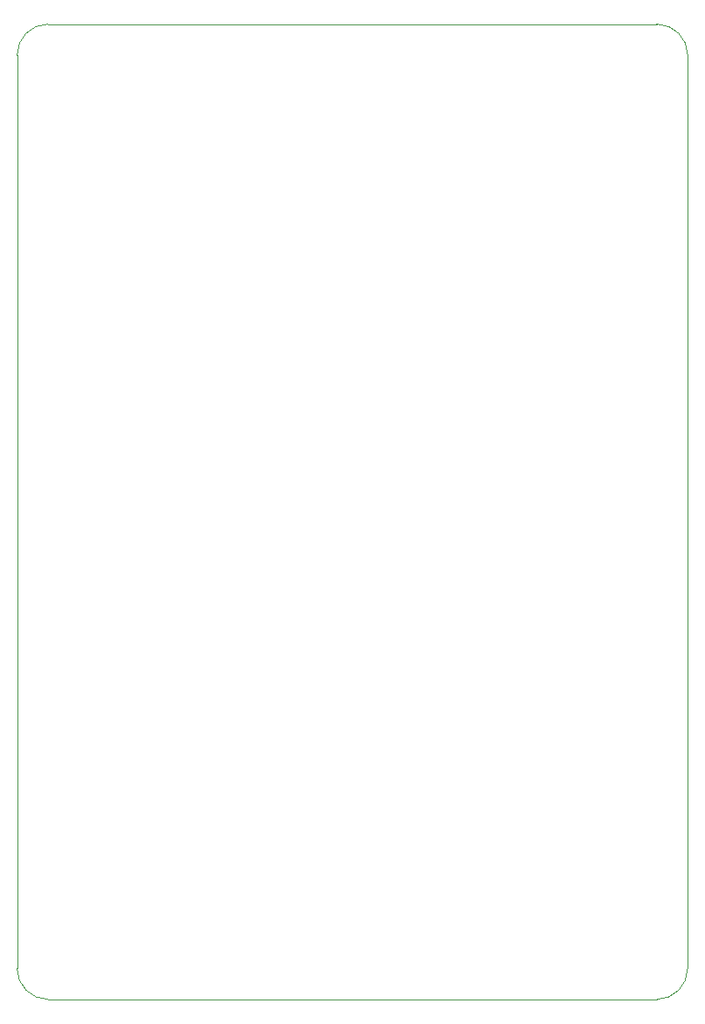
<source format=gbr>
%TF.GenerationSoftware,KiCad,Pcbnew,8.0.0*%
%TF.CreationDate,2024-02-25T21:16:28-08:00*%
%TF.ProjectId,HuCard-TL866,48754361-7264-42d5-944c-3836362e6b69,rev?*%
%TF.SameCoordinates,Original*%
%TF.FileFunction,Profile,NP*%
%FSLAX46Y46*%
G04 Gerber Fmt 4.6, Leading zero omitted, Abs format (unit mm)*
G04 Created by KiCad (PCBNEW 8.0.0) date 2024-02-25 21:16:28*
%MOMM*%
%LPD*%
G01*
G04 APERTURE LIST*
%TA.AperFunction,Profile*%
%ADD10C,0.050000*%
%TD*%
G04 APERTURE END LIST*
D10*
X18000000Y-120000000D02*
X18000000Y-31500000D01*
X80000000Y-123000000D02*
X21000000Y-123000000D01*
X83000000Y-31500000D02*
X83000000Y-120000000D01*
X21000000Y-28500000D02*
X80000000Y-28500000D01*
X21000000Y-123000000D02*
G75*
G02*
X18000000Y-120000000I0J3000000D01*
G01*
X83000000Y-120000000D02*
G75*
G02*
X80000000Y-123000000I-3000000J0D01*
G01*
X18000000Y-31500000D02*
G75*
G02*
X21000000Y-28500000I3000000J0D01*
G01*
X80000000Y-28500000D02*
G75*
G02*
X83000000Y-31500000I0J-3000000D01*
G01*
M02*

</source>
